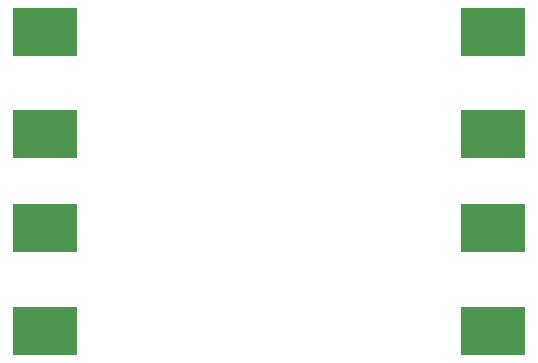
<source format=gbp>
G04*
G04 #@! TF.GenerationSoftware,Altium Limited,Altium Designer,22.6.1 (34)*
G04*
G04 Layer_Color=128*
%FSAX43Y43*%
%MOMM*%
G71*
G04*
G04 #@! TF.SameCoordinates,DFD1A6D8-6486-425C-A6BB-C63D1257436E*
G04*
G04*
G04 #@! TF.FilePolarity,Positive*
G04*
G01*
G75*
%ADD22R,5.385X4.026*%
D22*
X0041000Y0017093D02*
D03*
Y0008407D02*
D03*
X0041000Y0033693D02*
D03*
Y0025007D02*
D03*
X0003000Y0008407D02*
D03*
Y0017093D02*
D03*
Y0025007D02*
D03*
Y0033693D02*
D03*
M02*

</source>
